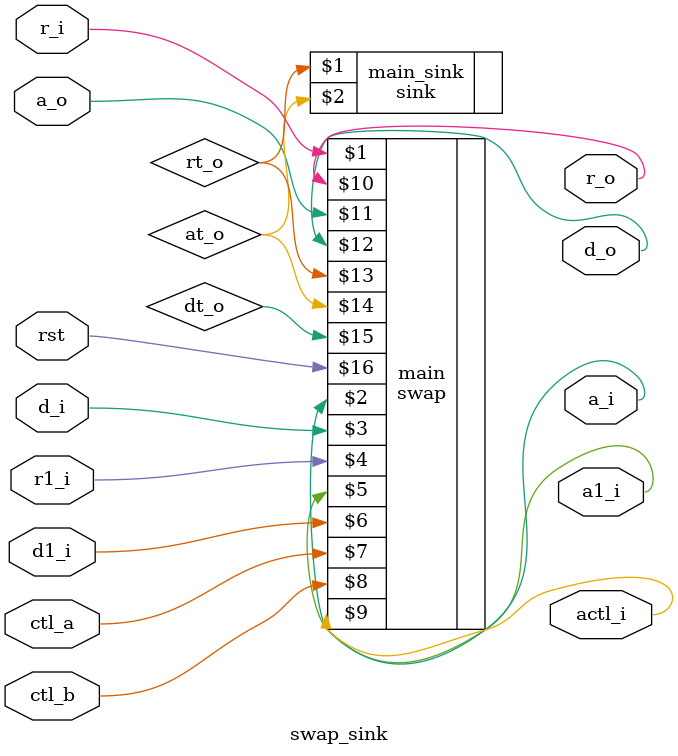
<source format=sv>
`ifndef __swap_sink

`include "swap.sv"
`include "../active/sink.sv"

module swap_sink #(
    parameter Rpol = 1'b0, // reset polarity (rst=rpol => reset)

    parameter N = 32'b1,

    parameter NATIVE = 1'b1 // don't optimize
  ) (
  input r_i,
  output a_i,
  input [N-1:0] d_i,

  input r1_i,
  output a1_i,
  input [N-1:0] d1_i,

  input ctl_a,
  input ctl_b,
  output actl_i,

  output r_o,
  input a_o,
  output [N-1:0] d_o,

  input rst);

  wire rt_o, at_o, dt_o;

  swap #(.Rpol(Rpol), .N(N), .NATIVE(NATIVE)) main (
    r_i, a_i, d_i,
    r1_i, a1_i, d1_i,
    ctl_a, ctl_b, actl_i,
    r_o, a_o, d_o,
    // rt_o, rt_o, dt_o, // works
    rt_o, at_o, dt_o,
    rst
    );

  sink main_sink (
    rt_o, at_o
    ); // doesn't work
  // assign at_o = rt_o; // doesn't work
  // assign rt_o = at_o;

endmodule

`define __swap_sink
`endif

</source>
